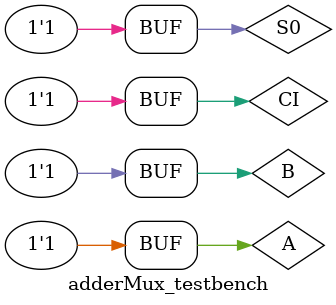
<source format=sv>
`timescale 1ns/10ps

module adderMux(A, B, S0, CI, out, CO);
	input logic A, B, S0, CI;
	output logic out, CO;
	
	logic Binvert;
	not #50 (Binvert, B);
	
	logic [1:0]muxin;
	
	assign muxin[0] = B;
	assign muxin[1] = Binvert;	
	
	logic muxout;

	TwoToOneMux mux1 (muxout, S0, muxin);
	fullAdder adder1 (A, muxout, CI, out, CO);


endmodule

module adderMux_testbench;
	logic A, B, S0, CI, out, CO;
	
	initial begin
		S0 = 0; A = 0; B = 0; CI = 0; #400;
		S0 = 0; A = 0; B = 0; CI = 1; #400;
		S0 = 0; A = 0; B = 1; CI = 0; #400;
		S0 = 0; A = 0; B = 1; CI = 1; #400;
		S0 = 0; A = 1; B = 0; CI = 0; #400;
		S0 = 0; A = 1; B = 0; CI = 1; #400;
		S0 = 0; A = 1; B = 1; CI = 0; #400;
		S0 = 0; A = 1; B = 1; CI = 1; #400;
		
		S0 = 1; A = 0; B = 0; CI = 0; #400;
		S0 = 1; A = 0; B = 0; CI = 1; #400;
		S0 = 1; A = 0; B = 1; CI = 0; #400;
		S0 = 1; A = 0; B = 1; CI = 1; #400;
		S0 = 1; A = 1; B = 0; CI = 0; #400;
		S0 = 1; A = 1; B = 0; CI = 1; #400;
		S0 = 1; A = 1; B = 1; CI = 0; #400;
		S0 = 1; A = 1; B = 1; CI = 1; #400;
	end

		adderMux dut(.A, .B, .S0, .CI, .out, .CO);


endmodule
</source>
